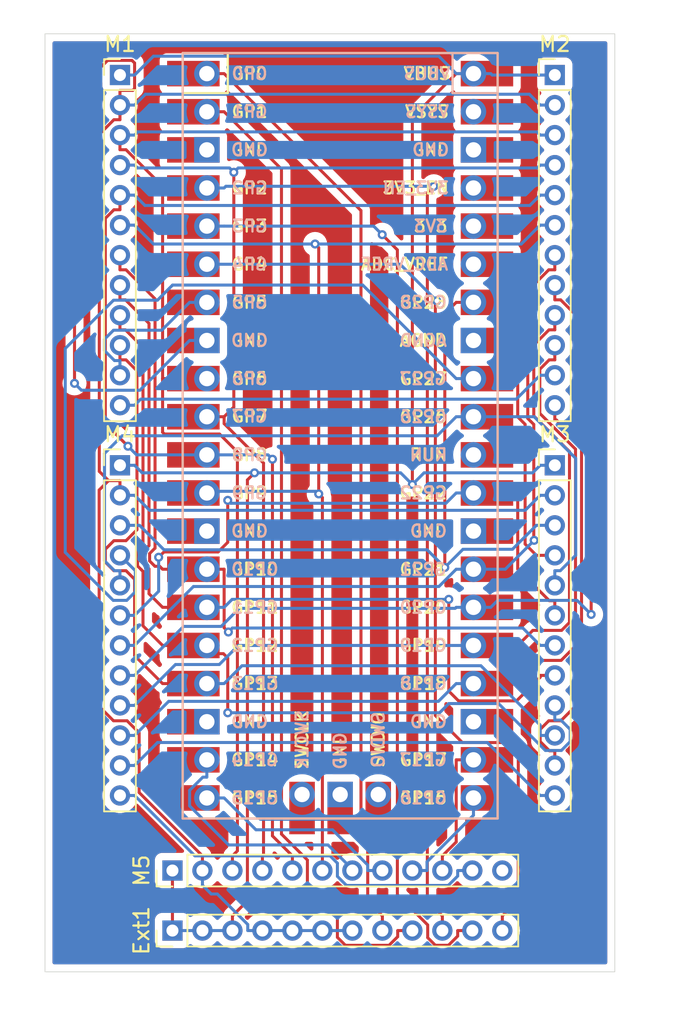
<source format=kicad_pcb>
(kicad_pcb (version 20240108) (generator "pcbnew") (generator_version "8.0")
  (layers (0 "F.Cu" signal) (31 "B.Cu" signal) (34 "B.Paste" user) (35 "F.Paste" user) (36 "B.SilkS" user "B.Silkscreen") (37 "F.SilkS" user "F.Silkscreen") (38 "B.Mask" user) (39 "F.Mask" user) (44 "Edge.Cuts" user))
  (net 0 "")
  (net 1 "V")
  (net 2 "GND")
  (net 3 "Net-(Ext1-Pin_8)")
  (net 4 "Net-(Ext1-Pin_10)")
  (net 5 "Net-(Ext1-Pin_12)")
  (net 6 "Net-(Ext1-Pin_9)")
  (net 7 "Net-(Ext1-Pin_11)")
  (net 8 "GPIO11")
  (net 9 "Net-(M1-Pin_12)")
  (net 10 "GPIO8")
  (net 11 "GPIO6")
  (net 12 "GPIO9")
  (net 13 "GPIO7")
  (net 14 "GPIO10")
  (net 15 "Net-(M1-Pin_11)")
  (net 16 "GPIO12")
  (net 17 "GPIO13")
  (net 18 "GPIO19")
  (net 19 "GPIO20")
  (net 20 "Net-(M2-Pin_12)")
  (net 21 "GPIO18")
  (net 22 "GPIO21")
  (net 23 "GPIO28")
  (net 24 "GPIO26")
  (net 25 "GPIO22")
  (net 26 "GPIO27")
  (net 27 "Net-(M3-Pin_12)")
  (net 28 "Net-(M4-Pin_12)")
  (net 29 "GPIO15")
  (net 31 "GPIO17")
  (net 32 "GPIO14")
  (net 33 "GPIO16")
  (footprint "Connector_PinHeader_2.00mm:PinHeader_1x12_P2.00mm_Vertical" (layer "F.Cu") (at 130 111 90)
    (property "Reference" "M5")
    (property "Value" "Conn_01x12_Pin")
  )
  (footprint "Connector_PinHeader_2.00mm:PinHeader_1x12_P2.00mm_Vertical" (layer "F.Cu") (at 126.5 84)
    (property "Reference" "M4")
    (property "Value" "Conn_01x12_Pin")
  )
  (footprint "ScottoKeebs_MCU:Raspberry_Pi_Pico" (layer "F.Cu") (at 141.185 82.035)
    (property "Reference" "U1" (hide yes))
    (property "Value" "Raspberry_Pi_Pico" (hide yes))
  )
  (footprint "Connector_PinHeader_2.00mm:PinHeader_1x12_P2.00mm_Vertical" (layer "F.Cu") (at 155.5 84)
    (property "Reference" "M3")
    (property "Value" "Conn_01x12_Pin")
  )
  (footprint "Connector_PinHeader_2.00mm:PinHeader_1x12_P2.00mm_Vertical" (layer "F.Cu") (at 130 115 90)
    (property "Reference" "Ext1")
    (property "Value" "Conn_01x12_Pin")
  )
  (footprint "Connector_PinHeader_2.00mm:PinHeader_1x12_P2.00mm_Vertical" (layer "F.Cu") (at 155.5 58)
    (property "Reference" "M2")
    (property "Value" "Conn_01x12_Pin")
  )
  (footprint "Connector_PinHeader_2.00mm:PinHeader_1x12_P2.00mm_Vertical" (layer "F.Cu") (at 126.5 58)
    (property "Reference" "M1")
    (property "Value" "Conn_01x12_Pin")
  )
  (gr_rect (start 121.5 55.25) (end 159.5 117.75) (stroke (width 0.05)) (fill none) (layer "Edge.Cuts"))
  (segment (start 150.075 57.905) (end 148.9233 57.905) (width 0.2) (layer "F.Cu") (net 1))
  (segment (start 135.4725 84.5031) (end 135 84.9756) (width 0.2) (layer "F.Cu") (net 1))
  (segment (start 130 111) (end 130 115) (width 0.2) (layer "F.Cu") (net 1))
  (segment (start 134 115) (end 134 114.0233) (width 0.2) (layer "F.Cu") (net 1))
  (segment (start 135 84.9756) (end 135 113.0233) (width 0.2) (layer "F.Cu") (net 1))
  (segment (start 135 113.0233) (end 134 114.0233) (width 0.2) (layer "F.Cu") (net 1))
  (segment (start 145.9993 60.829) (end 148.9233 57.905) (width 0.2) (layer "F.Cu") (net 1))
  (segment (start 145.9993 85.2827) (end 145.9993 60.829) (width 0.2) (layer "F.Cu") (net 1))
  (via (at 135.4725 84.5031) (size 0.6) (drill 0.3) (layers "F.Cu" "B.Cu") (net 1))
  (via (at 145.9993 85.2827) (size 0.6) (drill 0.3) (layers "F.Cu" "B.Cu") (net 1))
  (segment (start 126.9884 84) (end 127.4767 84) (width 0.2) (layer "B.Cu") (net 1))
  (segment (start 154.0202 84.5031) (end 146.7789 84.5031) (width 0.2) (layer "B.Cu") (net 1))
  (segment (start 154.5233 84) (end 154.0202 84.5031) (width 0.2) (layer "B.Cu") (net 1))
  (segment (start 127.4767 58) (end 128.733 56.7437) (width 0.2) (layer "B.Cu") (net 1))
  (segment (start 155.5 58) (end 151.3217 58) (width 0.2) (layer "B.Cu") (net 1))
  (segment (start 126.5 58) (end 127.4767 58) (width 0.2) (layer "B.Cu") (net 1))
  (segment (start 155.5 84) (end 154.5233 84) (width 0.2) (layer "B.Cu") (net 1))
  (segment (start 150.075 57.905) (end 151.2267 57.905) (width 0.2) (layer "B.Cu") (net 1))
  (segment (start 146.7789 84.5031) (end 145.9993 85.2827) (width 0.2) (layer "B.Cu") (net 1))
  (segment (start 145.2197 84.5031) (end 145.9993 85.2827) (width 0.2) (layer "B.Cu") (net 1))
  (segment (start 150.075 57.905) (end 148.9233 57.905) (width 0.2) (layer "B.Cu") (net 1))
  (segment (start 127.9798 84.5031) (end 127.4767 84) (width 0.2) (layer "B.Cu") (net 1))
  (segment (start 147.762 56.7437) (end 148.9233 57.905) (width 0.2) (layer "B.Cu") (net 1))
  (segment (start 134 115) (end 132 115) (width 0.2) (layer "B.Cu") (net 1))
  (segment (start 135.4725 84.5031) (end 145.2197 84.5031) (width 0.2) (layer "B.Cu") (net 1))
  (segment (start 151.3217 58) (end 151.2267 57.905) (width 0.2) (layer "B.Cu") (net 1))
  (segment (start 126.9884 84) (end 126.5 84) (width 0.2) (layer "B.Cu") (net 1))
  (segment (start 130 115) (end 132 115) (width 0.2) (layer "B.Cu") (net 1))
  (segment (start 135.4725 84.5031) (end 127.9798 84.5031) (width 0.2) (layer "B.Cu") (net 1))
  (segment (start 128.733 56.7437) (end 147.762 56.7437) (width 0.2) (layer "B.Cu") (net 1))
  (segment (start 126.9766 101.0233) (end 126.0683 101.0233) (width 0.2) (layer "F.Cu") (net 2))
  (segment (start 126.0683 101.0233) (end 125.1115 100.0665) (width 0.2) (layer "F.Cu") (net 2))
  (segment (start 127.7786 101.8253) (end 126.9766 101.0233) (width 0.2) (layer "F.Cu") (net 2))
  (segment (start 127.7786 105.8019) (end 127.7786 101.8253) (width 0.2) (layer "F.Cu") (net 2))
  (segment (start 127.3 57.0233) (end 125.6788 57.0233) (width 0.2) (layer "F.Cu") (net 2))
  (segment (start 126.5 86) (end 126.5 85.0233) (width 0.2) (layer "F.Cu") (net 2))
  (segment (start 126.5 59.0233) (end 127.3546 59.0233) (width 0.2) (layer "F.Cu") (net 2))
  (segment (start 132 110.0233) (end 127.7786 105.8019) (width 0.2) (layer "F.Cu") (net 2))
  (segment (start 127.4767 58.9012) (end 127.4767 57.2) (width 0.2) (layer "F.Cu") (net 2))
  (segment (start 125.1115 85.6496) (end 125.7378 85.0233) (width 0.2) (layer "F.Cu") (net 2))
  (segment (start 126.5 60) (end 126.5 60.9767) (width 0.2) (layer "F.Cu") (net 2))
  (segment (start 125.1216 61.9503) (end 125.1216 84.4071) (width 0.2) (layer "F.Cu") (net 2))
  (segment (start 126.0952 60.9767) (end 125.1216 61.9503) (width 0.2) (layer "F.Cu") (net 2))
  (segment (start 125.6788 57.0233) (end 123.47 59.2321) (width 0.2) (layer "F.Cu") (net 2))
  (segment (start 126.5 60.9767) (end 126.0952 60.9767) (width 0.2) (layer "F.Cu") (net 2))
  (segment (start 123.47 59.2321) (end 123.47 78.5394) (width 0.2) (layer "F.Cu") (net 2))
  (segment (start 125.1115 100.0665) (end 125.1115 85.6496) (width 0.2) (layer "F.Cu") (net 2))
  (segment (start 127.4767 57.2) (end 127.3 57.0233) (width 0.2) (layer "F.Cu") (net 2))
  (segment (start 127.3546 59.0233) (end 127.4767 58.9012) (width 0.2) (layer "F.Cu") (net 2))
  (segment (start 126.5 85.0233) (end 125.7378 85.0233) (width 0.2) (layer "F.Cu") (net 2))
  (segment (start 132 111) (end 132 110.0233) (width 0.2) (layer "F.Cu") (net 2))
  (segment (start 126.5 60) (end 126.5 59.0233) (width 0.2) (layer "F.Cu") (net 2))
  (segment (start 125.1216 84.4071) (end 125.7378 85.0233) (width 0.2) (layer "F.Cu") (net 2))
  (via (at 123.47 78.5394) (size 0.6) (drill 0.3) (layers "F.Cu" "B.Cu") (net 2))
  (segment (start 142 115) (end 140 115) (width 0.2) (layer "B.Cu") (net 2))
  (segment (start 128.4767 87) (end 153.5233 87) (width 0.2) (layer "B.Cu") (net 2))
  (segment (start 132.5859 112.5626) (end 132.9907 112.5626) (width 0.2) (layer "B.Cu") (net 2))
  (segment (start 132.295 75.685) (end 131.1433 75.685) (width 0.2) (layer "B.Cu") (net 2))
  (segment (start 153.8015 59.2782) (end 128.1985 59.2782) (width 0.2) (layer "B.Cu") (net 2))
  (segment (start 136 115) (end 138 115) (width 0.2) (layer "B.Cu") (net 2))
  (segment (start 123.47 78.5394) (end 123.9306 79) (width 0.2) (layer "B.Cu") (net 2))
  (segment (start 138 115) (end 140 115) (width 0.2) (layer "B.Cu") (net 2))
  (segment (start 128.1985 59.2782) (end 127.4767 60) (width 0.2) (layer "B.Cu") (net 2))
  (segment (start 155.5 60) (end 154.5233 60) (width 0.2) (layer "B.Cu") (net 2))
  (segment (start 136 115) (end 135.0233 115) (width 0.2) (layer "B.Cu") (net 2))
  (segment (start 155.5 86) (end 154.5233 86) (width 0.2) (layer "B.Cu") (net 2))
  (segment (start 127.4767 86) (end 128.4767 87) (width 0.2) (layer "B.Cu") (net 2))
  (segment (start 154.5233 60) (end 153.8015 59.2782) (width 0.2) (layer "B.Cu") (net 2))
  (segment (start 153.5233 87) (end 154.5233 86) (width 0.2) (layer "B.Cu") (net 2))
  (segment (start 126.5 86) (end 127.4767 86) (width 0.2) (layer "B.Cu") (net 2))
  (segment (start 126.5 60) (end 127.4767 60) (width 0.2) (layer "B.Cu") (net 2))
  (segment (start 132 111) (end 132 111.9767) (width 0.2) (layer "B.Cu") (net 2))
  (segment (start 132.9907 112.5626) (end 135.0233 114.5952) (width 0.2) (layer "B.Cu") (net 2))
  (segment (start 135.0233 114.5952) (end 135.0233 115) (width 0.2) (layer "B.Cu") (net 2))
  (segment (start 123.9306 79) (end 127.8283 79) (width 0.2) (layer "B.Cu") (net 2))
  (segment (start 132 111.9767) (end 132.5859 112.5626) (width 0.2) (layer "B.Cu") (net 2))
  (segment (start 127.8283 79) (end 131.1433 75.685) (width 0.2) (layer "B.Cu") (net 2))
  (segment (start 144 115) (end 144 114.0233) (width 0.2) (layer "F.Cu") (net 3))
  (segment (start 142.5733 67.0316) (end 133.4467 57.905) (width 0.2) (layer "F.Cu") (net 3))
  (segment (start 143.0233 109.16) (end 142.5733 108.71) (width 0.2) (layer "F.Cu") (net 3))
  (segment (start 132.295 57.905) (end 133.4467 57.905) (width 0.2) (layer "F.Cu") (net 3))
  (segment (start 143.0233 113.0466) (end 143.0233 109.16) (width 0.2) (layer "F.Cu") (net 3))
  (segment (start 142.5733 108.71) (end 142.5733 67.0316) (width 0.2) (layer "F.Cu") (net 3))
  (segment (start 144 114.0233) (end 143.0233 113.0466) (width 0.2) (layer "F.Cu") (net 3))
  (segment (start 146.9986 65.844) (end 147.4316 65.411) (width 0.2) (layer "F.Cu") (net 4))
  (segment (start 146.9986 113.0219) (end 146.9986 65.844) (width 0.2) (layer "F.Cu") (net 4))
  (segment (start 148 115) (end 148 114.0233) (width 0.2) (layer "F.Cu") (net 4))
  (segment (start 148 114.0233) (end 146.9986 113.0219) (width 0.2) (layer "F.Cu") (net 4))
  (via (at 147.4316 65.411) (size 0.6) (drill 0.3) (layers "F.Cu" "B.Cu") (net 4))
  (segment (start 132.295 65.525) (end 133.4467 65.525) (width 0.2) (layer "B.Cu") (net 4))
  (segment (start 133.5607 65.411) (end 133.4467 65.525) (width 0.2) (layer "B.Cu") (net 4))
  (segment (start 147.4316 65.411) (end 133.5607 65.411) (width 0.2) (layer "B.Cu") (net 4))
  (segment (start 147.5326 73.1312) (end 147.6222 73.0416) (width 0.2) (layer "F.Cu") (net 5))
  (segment (start 153.0633 112.96) (end 153.0633 102.6159) (width 0.2) (layer "F.Cu") (net 5))
  (segment (start 152.9207 102.4733) (end 149.3349 102.4733) (width 0.2) (layer "F.Cu") (net 5))
  (segment (start 152 114.0233) (end 153.0633 112.96) (width 0.2) (layer "F.Cu") (net 5))
  (segment (start 147.5326 100.671) (end 147.5326 73.1312) (width 0.2) (layer "F.Cu") (net 5))
  (segment (start 153.0633 102.6159) (end 152.9207 102.4733) (width 0.2) (layer "F.Cu") (net 5))
  (segment (start 152 115) (end 152 114.0233) (width 0.2) (layer "F.Cu") (net 5))
  (segment (start 149.3349 102.4733) (end 147.5326 100.671) (width 0.2) (layer "F.Cu") (net 5))
  (via (at 147.6222 73.0416) (size 0.6) (drill 0.3) (layers "F.Cu" "B.Cu") (net 5))
  (segment (start 147.6222 73.0416) (end 145.1856 70.605) (width 0.2) (layer "B.Cu") (net 5))
  (segment (start 145.1856 70.605) (end 132.295 70.605) (width 0.2) (layer "B.Cu") (net 5))
  (segment (start 137.271 108.571) (end 137.271 64.2693) (width 0.2) (layer "F.Cu") (net 6))
  (segment (start 144.4464 115.9817) (end 141.5316 115.9817) (width 0.2) (layer "F.Cu") (net 6))
  (segment (start 132.295 60.445) (end 133.4467 60.445) (width 0.2) (layer "F.Cu") (net 6))
  (segment (start 141 115.4501) (end 141 113.9751) (width 0.2) (layer "F.Cu") (net 6))
  (segment (start 141 113.9751) (end 139 111.9751) (width 0.2) (layer "F.Cu") (net 6))
  (segment (start 145.0233 115) (end 145.0233 115.4048) (width 0.2) (layer "F.Cu") (net 6))
  (segment (start 139 111.9751) (end 139 110.3) (width 0.2) (layer "F.Cu") (net 6))
  (segment (start 145.0233 115.4048) (end 144.4464 115.9817) (width 0.2) (layer "F.Cu") (net 6))
  (segment (start 137.271 64.2693) (end 133.4467 60.445) (width 0.2) (layer "F.Cu") (net 6))
  (segment (start 139 110.3) (end 137.271 108.571) (width 0.2) (layer "F.Cu") (net 6))
  (segment (start 146 115) (end 145.0233 115) (width 0.2) (layer "F.Cu") (net 6))
  (segment (start 141.5316 115.9817) (end 141 115.4501) (width 0.2) (layer "F.Cu") (net 6))
  (segment (start 147.5302 115.9804) (end 147.0233 115.4735) (width 0.2) (layer "F.Cu") (net 7))
  (segment (start 145 69.6481) (end 143.9881 68.6362) (width 0.2) (layer "F.Cu") (net 7))
  (segment (start 149.0233 115) (end 149.0233 115.3663) (width 0.2) (layer "F.Cu") (net 7))
  (segment (start 147.0233 114.6273) (end 145 112.604) (width 0.2) (layer "F.Cu") (net 7))
  (segment (start 147.0233 115.4735) (end 147.0233 114.6273) (width 0.2) (layer "F.Cu") (net 7))
  (segment (start 149.0233 115.3663) (end 148.4092 115.9804) (width 0.2) (layer "F.Cu") (net 7))
  (segment (start 145 112.604) (end 145 69.6481) (width 0.2) (layer "F.Cu") (net 7))
  (segment (start 150 115) (end 149.0233 115) (width 0.2) (layer "F.Cu") (net 7))
  (segment (start 148.4092 115.9804) (end 147.5302 115.9804) (width 0.2) (layer "F.Cu") (net 7))
  (via (at 143.9881 68.6362) (size 0.6) (drill 0.3) (layers "F.Cu" "B.Cu") (net 7))
  (segment (start 143.9881 68.6362) (end 143.4169 68.065) (width 0.2) (layer "B.Cu") (net 7))
  (segment (start 132.295 68.065) (end 133.4467 68.065) (width 0.2) (layer "B.Cu") (net 7))
  (segment (start 143.4169 68.065) (end 133.4467 68.065) (width 0.2) (layer "B.Cu") (net 7))
  (segment (start 128.4375 89.3517) (end 128.0773 89.7119) (width 0.2) (layer "F.Cu") (net 8))
  (segment (start 132.295 93.465) (end 129.3433 93.465) (width 0.2) (layer "F.Cu") (net 8))
  (segment (start 155.5 98) (end 154.5233 98) (width 0.2) (layer "F.Cu") (net 8))
  (segment (start 152.9487 99.6967) (end 149.0785 99.6967) (width 0.2) (layer "F.Cu") (net 8))
  (segment (start 128.0773 89.7119) (end 128.0773 90.5427) (width 0.2) (layer "F.Cu") (net 8))
  (segment (start 126.8663 72.9767) (end 128.4375 74.5479) (width 0.2) (layer "F.Cu") (net 8))
  (segment (start 128.0773 90.5427) (end 128.3127 90.7781) (width 0.2) (layer "F.Cu") (net 8))
  (segment (start 128.3127 90.7781) (end 128.4375 90.9029) (width 0.2) (layer "F.Cu") (net 8))
  (segment (start 128.4375 92.5592) (end 129.3433 93.465) (width 0.2) (layer "F.Cu") (net 8))
  (segment (start 126.5 72.9767) (end 126.8663 72.9767) (width 0.2) (layer "F.Cu") (net 8))
  (segment (start 128.4375 90.9029) (end 128.4375 92.5592) (width 0.2) (layer "F.Cu") (net 8))
  (segment (start 154.5233 98) (end 154.5233 98.1221) (width 0.2) (layer "F.Cu") (net 8))
  (segment (start 149.0785 99.6967) (end 148.4288 99.047) (width 0.2) (layer "F.Cu") (net 8))
  (segment (start 126.5 72) (end 126.5 72.9767) (width 0.2) (layer "F.Cu") (net 8))
  (segment (start 148.4288 99.047) (end 148.4288 92.93) (width 0.2) (layer "F.Cu") (net 8))
  (segment (start 128.4375 74.5479) (end 128.4375 89.3517) (width 0.2) (layer "F.Cu") (net 8))
  (segment (start 154.5233 98.1221) (end 152.9487 99.6967) (width 0.2) (layer "F.Cu") (net 8))
  (via (at 148.4288 92.93) (size 0.6) (drill 0.3) (layers "F.Cu" "B.Cu") (net 8))
  (segment (start 132.295 93.465) (end 133.4467 93.465) (width 0.2) (layer "B.Cu") (net 8))
  (segment (start 133.9817 92.93) (end 133.4467 93.465) (width 0.2) (layer "B.Cu") (net 8))
  (segment (start 148.4288 92.93) (end 133.9817 92.93) (width 0.2) (layer "B.Cu") (net 8))
  (segment (start 154.5233 78) (end 152.928 79.5953) (width 0.2) (layer "B.Cu") (net 9))
  (segment (start 127.8814 79.5953) (end 127.4767 80) (width 0.2) (layer "B.Cu") (net 9))
  (segment (start 152.928 79.5953) (end 127.8814 79.5953) (width 0.2) (layer "B.Cu") (net 9))
  (segment (start 155.5 78) (end 154.5233 78) (width 0.2) (layer "B.Cu") (net 9))
  (segment (start 126.5 80) (end 127.4767 80) (width 0.2) (layer "B.Cu") (net 9))
  (segment (start 126.5 66) (end 126.5 66.9767) (width 0.2) (layer "F.Cu") (net 10))
  (segment (start 125.5233 81.2209) (end 125.5233 67.5486) (width 0.2) (layer "F.Cu") (net 10))
  (segment (start 126.0952 66.9767) (end 126.5 66.9767) (width 0.2) (layer "F.Cu") (net 10))
  (segment (start 125.5233 67.5486) (end 126.0952 66.9767) (width 0.2) (layer "F.Cu") (net 10))
  (segment (start 136.6693 108.6926) (end 138 110.0233) (width 0.2) (layer "F.Cu") (net 10))
  (segment (start 127.0324 82.73) (end 125.5233 81.2209) (width 0.2) (layer "F.Cu") (net 10))
  (segment (start 138 111) (end 138 110.0233) (width 0.2) (layer "F.Cu") (net 10))
  (segment (start 136.6693 83.5957) (end 136.6693 108.6926) (width 0.2) (layer "F.Cu") (net 10))
  (via (at 127.0324 82.73) (size 0.6) (drill 0.3) (layers "F.Cu" "B.Cu") (net 10))
  (via (at 136.6693 83.5957) (size 0.6) (drill 0.3) (layers "F.Cu" "B.Cu") (net 10))
  (segment (start 126.5 66) (end 127.4767 66) (width 0.2) (layer "B.Cu") (net 10))
  (segment (start 154.5233 66) (end 153.8326 66.6907) (width 0.2) (layer "B.Cu") (net 10))
  (segment (start 153.8326 66.6907) (end 128.1674 66.6907) (width 0.2) (layer "B.Cu") (net 10))
  (segment (start 155.5 66) (end 154.5233 66) (width 0.2) (layer "B.Cu") (net 10))
  (segment (start 136.3786 83.305) (end 132.295 83.305) (width 0.2) (layer "B.Cu") (net 10))
  (segment (start 128.1674 66.6907) (end 127.4767 66) (width 0.2) (layer "B.Cu") (net 10))
  (segment (start 132.295 83.305) (end 127.6074 83.305) (width 0.2) (layer "B.Cu") (net 10))
  (segment (start 136.6693 83.5957) (end 136.3786 83.305) (width 0.2) (layer "B.Cu") (net 10))
  (segment (start 127.6074 83.305) (end 127.0324 82.73) (width 0.2) (layer "B.Cu") (net 10))
  (segment (start 134.3317 83.11) (end 133.1384 81.9167) (width 0.2) (layer "F.Cu") (net 11))
  (segment (start 134 111) (end 134 110.0233) (width 0.2) (layer "F.Cu") (net 11))
  (segment (start 129.3433 81.7999) (end 129.3433 78.225) (width 0.2) (layer "F.Cu") (net 11))
  (segment (start 129.3433 65.4152) (end 129.3433 78.225) (width 0.2) (layer "F.Cu") (net 11))
  (segment (start 126.5 62.9767) (end 126.9048 62.9767) (width 0.2) (layer "F.Cu") (net 11))
  (segment (start 134.3317 109.6916) (end 134.3317 83.11) (width 0.2) (layer "F.Cu") (net 11))
  (segment (start 132.295 78.225) (end 129.345 78.225) (width 0.2) (layer "F.Cu") (net 11))
  (segment (start 134 110.0233) (end 134.3317 109.6916) (width 0.2) (layer "F.Cu") (net 11))
  (segment (start 133.1384 81.9167) (end 129.4601 81.9167) (width 0.2) (layer "F.Cu") (net 11))
  (segment (start 129.3448 78.225) (end 129.3433 78.225) (width 0.2) (layer "F.Cu") (net 11))
  (segment (start 129.4601 81.9167) (end 129.3433 81.7999) (width 0.2) (layer "F.Cu") (net 11))
  (segment (start 126.5 62) (end 126.5 62.9767) (width 0.2) (layer "F.Cu") (net 11))
  (segment (start 129.345 78.225) (end 129.3448 78.225) (width 0.2) (layer "F.Cu") (net 11))
  (segment (start 126.9048 62.9767) (end 129.3433 65.4152) (width 0.2) (layer "F.Cu") (net 11))
  (segment (start 127.6905 61.7862) (end 127.4767 62) (width 0.2) (layer "B.Cu") (net 11))
  (segment (start 126.5 62) (end 127.4767 62) (width 0.2) (layer "B.Cu") (net 11))
  (segment (start 155.5 62) (end 154.5233 62) (width 0.2) (layer "B.Cu") (net 11))
  (segment (start 154.5233 62) (end 154.3095 61.7862) (width 0.2) (layer "B.Cu") (net 11))
  (segment (start 154.3095 61.7862) (end 127.6905 61.7862) (width 0.2) (layer "B.Cu") (net 11))
  (segment (start 139.5117 69.2574) (end 139.7559 69.5016) (width 0.2) (layer "F.Cu") (net 12))
  (segment (start 139.7559 85.9082) (end 140 86.1523) (width 0.2) (layer "F.Cu") (net 12))
  (segment (start 140 86.1523) (end 140 111) (width 0.2) (layer "F.Cu") (net 12))
  (segment (start 139.7559 69.5016) (end 139.7559 85.9082) (width 0.2) (layer "F.Cu") (net 12))
  (via (at 139.7559 85.9082) (size 0.6) (drill 0.3) (layers "F.Cu" "B.Cu") (net 12))
  (via (at 139.5117 69.2574) (size 0.6) (drill 0.3) (layers "F.Cu" "B.Cu") (net 12))
  (segment (start 155.5 68) (end 154.5233 68) (width 0.2) (layer "B.Cu") (net 12))
  (segment (start 132.4066 85.7334) (end 132.295 85.845) (width 0.2) (layer "B.Cu") (net 12))
  (segment (start 126.5 68) (end 127.4767 68) (width 0.2) (layer "B.Cu") (net 12))
  (segment (start 139.5811 85.7334) (end 132.4066 85.7334) (width 0.2) (layer "B.Cu") (net 12))
  (segment (start 154.5233 68) (end 153.2659 69.2574) (width 0.2) (layer "B.Cu") (net 12))
  (segment (start 153.2659 69.2574) (end 139.5117 69.2574) (width 0.2) (layer "B.Cu") (net 12))
  (segment (start 139.7559 85.9082) (end 139.5811 85.7334) (width 0.2) (layer "B.Cu") (net 12))
  (segment (start 139.5117 69.2574) (end 128.7341 69.2574) (width 0.2) (layer "B.Cu") (net 12))
  (segment (start 128.7341 69.2574) (end 127.4767 68) (width 0.2) (layer "B.Cu") (net 12))
  (segment (start 136 111) (end 136 110.0233) (width 0.2) (layer "F.Cu") (net 13))
  (segment (start 136.0742 83.8514) (end 136.0742 109.9491) (width 0.2) (layer "F.Cu") (net 13))
  (segment (start 133.4467 81.2239) (end 136.0742 83.8514) (width 0.2) (layer "F.Cu") (net 13))
  (segment (start 134.0934 64.4785) (end 134.0934 80.1183) (width 0.2) (layer "F.Cu") (net 13))
  (segment (start 132.295 80.765) (end 133.4467 80.765) (width 0.2) (layer "F.Cu") (net 13))
  (segment (start 136.0742 109.9491) (end 136 110.0233) (width 0.2) (layer "F.Cu") (net 13))
  (segment (start 134.0934 80.1183) (end 133.4467 80.765) (width 0.2) (layer "F.Cu") (net 13))
  (segment (start 133.4467 80.765) (end 133.4467 81.2239) (width 0.2) (layer "F.Cu") (net 13))
  (via (at 134.0934 64.4785) (size 0.6) (drill 0.3) (layers "F.Cu" "B.Cu") (net 13))
  (segment (start 127.6679 64.1912) (end 133.8061 64.1912) (width 0.2) (layer "B.Cu") (net 13))
  (segment (start 133.8061 64.1912) (end 134.0934 64.4785) (width 0.2) (layer "B.Cu") (net 13))
  (segment (start 155.5 64) (end 154.5233 64) (width 0.2) (layer "B.Cu") (net 13))
  (segment (start 126.5 64) (end 127.4767 64) (width 0.2) (layer "B.Cu") (net 13))
  (segment (start 127.4767 64) (end 127.6679 64.1912) (width 0.2) (layer "B.Cu") (net 13))
  (segment (start 154.3321 64.1912) (end 134.3807 64.1912) (width 0.2) (layer "B.Cu") (net 13))
  (segment (start 134.3807 64.1912) (end 134.0934 64.4785) (width 0.2) (layer "B.Cu") (net 13))
  (segment (start 154.5233 64) (end 154.3321 64.1912) (width 0.2) (layer "B.Cu") (net 13))
  (segment (start 128.8316 89.5256) (end 128.479 89.8782) (width 0.2) (layer "F.Cu") (net 14))
  (segment (start 133.4452 90.9266) (end 133.4452 91.4592) (width 0.2) (layer "F.Cu") (net 14))
  (segment (start 128.8392 72.9111) (end 128.8392 89.5181) (width 0.2) (layer "F.Cu") (net 14))
  (segment (start 133.4452 91.4592) (end 133.4467 91.4607) (width 0.2) (layer "F.Cu") (net 14))
  (segment (start 126.5 70.9767) (end 126.9048 70.9767) (width 0.2) (layer "F.Cu") (net 14))
  (segment (start 128.8392 89.5181) (end 128.8317 89.5256) (width 0.2) (layer "F.Cu") (net 14))
  (segment (start 128.479 89.8782) (end 128.479 90.3764) (width 0.2) (layer "F.Cu") (net 14))
  (segment (start 128.8317 89.5256) (end 128.8316 89.5256) (width 0.2) (layer "F.Cu") (net 14))
  (segment (start 128.8316 90.729) (end 129.1473 90.729) (width 0.2) (layer "F.Cu") (net 14))
  (segment (start 126.5 70) (end 126.5 70.9767) (width 0.2) (layer "F.Cu") (net 14))
  (segment (start 133.4467 90.9251) (end 133.4452 90.9266) (width 0.2) (layer "F.Cu") (net 14))
  (segment (start 129.1473 90.729) (end 129.3433 90.925) (width 0.2) (layer "F.Cu") (net 14))
  (segment (start 132.295 90.925) (end 133.4467 90.925) (width 0.2) (layer "F.Cu") (net 14))
  (segment (start 128.479 90.3764) (end 128.8316 90.729) (width 0.2) (layer "F.Cu") (net 14))
  (segment (start 133.4467 91.4607) (end 133.4467 94.8241) (width 0.2) (layer "F.Cu") (net 14))
  (segment (start 126.9048 70.9767) (end 128.8392 72.9111) (width 0.2) (layer "F.Cu") (net 14))
  (segment (start 133.4467 90.925) (end 133.4467 90.9251) (width 0.2) (layer "F.Cu") (net 14))
  (segment (start 132.295 90.925) (end 129.3433 90.925) (width 0.2) (layer "F.Cu") (net 14))
  (segment (start 133.4467 94.8241) (end 133.73 95.1074) (width 0.2) (layer "F.Cu") (net 14))
  (via (at 133.73 95.1074) (size 0.6) (drill 0.3) (layers "F.Cu" "B.Cu") (net 14))
  (segment (start 153.3664 94.8431) (end 133.9943 94.8431) (width 0.2) (layer "B.Cu") (net 14))
  (segment (start 155.5 96) (end 154.5233 96) (width 0.2) (layer "B.Cu") (net 14))
  (segment (start 133.9943 94.8431) (end 133.73 95.1074) (width 0.2) (layer "B.Cu") (net 14))
  (segment (start 154.5233 96) (end 153.3664 94.8431) (width 0.2) (layer "B.Cu") (net 14))
  (segment (start 126.0706 75) (end 129.2883 75) (width 0.2) (layer "B.Cu") (net 15))
  (segment (start 125.4688 75.6018) (end 126.0706 75) (width 0.2) (layer "B.Cu") (net 15))
  (segment (start 129.2883 75) (end 131.1433 73.145) (width 0.2) (layer "B.Cu") (net 15))
  (segment (start 132.295 73.145) (end 131.1433 73.145) (width 0.2) (layer "B.Cu") (net 15))
  (segment (start 126.5 78) (end 126.5 77.0233) (width 0.2) (layer "B.Cu") (net 15))
  (segment (start 126.5 77.0233) (end 126.1337 77.0233) (width 0.2) (layer "B.Cu") (net 15))
  (segment (start 126.1337 77.0233) (end 125.4688 76.3584) (width 0.2) (layer "B.Cu") (net 15))
  (segment (start 125.4688 76.3584) (end 125.4688 75.6018) (width 0.2) (layer "B.Cu") (net 15))
  (segment (start 128.0358 94.6975) (end 129.3433 96.005) (width 0.2) (layer "F.Cu") (net 16))
  (segment (start 132.295 96.005) (end 130.8192 96.005) (width 0.2) (layer "F.Cu") (net 16))
  (segment (start 127.911 90.9444) (end 128.0358 91.0692) (width 0.2) (layer "F.Cu") (net 16))
  (segment (start 130.8192 96.005) (end 131.3654 96.5512) (width 0.2) (layer "F.Cu") (net 16))
  (segment (start 126.5 74.9767) (end 126.8663 74.9767) (width 0.2) (layer "F.Cu") (net 16))
  (segment (start 128.0358 76.1462) (end 128.0358 89.1854) (width 0.2) (layer "F.Cu") (net 16))
  (segment (start 127.911 90.9444) (end 128.0358 91.0692) (width 0.2) (layer "F.Cu") (net 16))
  (segment (start 128.0358 91.0692) (end 128.0358 94.6975) (width 0.2) (layer "F.Cu") (net 16))
  (segment (start 133.6884 96.8399) (end 133.6884 100.4892) (width 0.2) (layer "F.Cu") (net 16))
  (segment (start 131.3654 96.5512) (end 133.3997 96.5512) (width 0.2) (layer "F.Cu") (net 16))
  (segment (start 133.3997 96.5512) (end 133.6884 96.8399) (width 0.2) (layer "F.Cu") (net 16))
  (segment (start 127.6756 90.709) (end 127.911 90.9444) (width 0.2) (layer "F.Cu") (net 16))
  (segment (start 128.0358 89.1854) (end 127.6756 89.5456) (width 0.2) (layer "F.Cu") (net 16))
  (segment (start 126.8663 74.9767) (end 128.0358 76.1462) (width 0.2) (layer "F.Cu") (net 16))
  (segment (start 126.5 74) (end 126.5 74.9767) (width 0.2) (layer "F.Cu") (net 16))
  (segment (start 127.6756 89.5456) (end 127.6756 90.709) (width 0.2) (layer "F.Cu") (net 16))
  (segment (start 130.8192 96.005) (end 129.3433 96.005) (width 0.2) (layer "F.Cu") (net 16))
  (via (at 133.6884 100.4892) (size 0.6) (drill 0.3) (layers "F.Cu" "B.Cu") (net 16))
  (segment (start 151.7445 99.8749) (end 154.8696 103) (width 0.2) (layer "B.Cu") (net 16))
  (segment (start 133.6884 100.4892) (end 147.8161 100.4892) (width 0.2) (layer "B.Cu") (net 16))
  (segment (start 155.9048 100.9767) (end 155.5 100.9767) (width 0.2) (layer "B.Cu") (net 16))
  (segment (start 155.9387 103) (end 156.5248 102.4139) (width 0.2) (layer "B.Cu") (net 16))
  (segment (start 155.5 100) (end 155.5 100.9767) (width 0.2) (layer "B.Cu") (net 16))
  (segment (start 154.8696 103) (end 155.9387 103) (width 0.2) (layer "B.Cu") (net 16))
  (segment (start 156.5248 102.4139) (end 156.5248 101.5967) (width 0.2) (layer "B.Cu") (net 16))
  (segment (start 147.8161 100.4892) (end 148.4304 99.8749) (width 0.2) (layer "B.Cu") (net 16))
  (segment (start 156.5248 101.5967) (end 155.9048 100.9767) (width 0.2) (layer "B.Cu") (net 16))
  (segment (start 148.4304 99.8749) (end 151.7445 99.8749) (width 0.2) (layer "B.Cu") (net 16))
  (segment (start 129.3433 98.545) (end 127.4767 96.6784) (width 0.2) (layer "F.Cu") (net 17))
  (segment (start 126.0954 89.0233) (end 126.9048 89.0233) (width 0.2) (layer "F.Cu") (net 17))
  (segment (start 126.5 76) (end 126.5 76.9767) (width 0.2) (layer "F.Cu") (net 17))
  (segment (start 126.9048 76.9767) (end 126.5 76.9767) (width 0.2) (layer "F.Cu") (net 17))
  (segment (start 125.5233 89.5954) (end 126.0954 89.0233) (width 0.2) (layer "F.Cu") (net 17))
  (segment (start 126.9046 91.0233) (end 126.0951 91.0233) (width 0.2) (layer "F.Cu") (net 17))
  (segment (start 127.4767 96.6784) (end 127.4767 91.5954) (width 0.2) (layer "F.Cu") (net 17))
  (segment (start 132.295 98.545) (end 129.3433 98.545) (width 0.2) (layer "F.Cu") (net 17))
  (segment (start 127.4767 91.5954) (end 126.9046 91.0233) (width 0.2) (layer "F.Cu") (net 17))
  (segment (start 125.5233 90.4515) (end 125.5233 89.5954) (width 0.2) (layer "F.Cu") (net 17))
  (segment (start 127.6341 77.706) (end 126.9048 76.9767) (width 0.2) (layer "F.Cu") (net 17))
  (segment (start 126.9048 89.0233) (end 127.6341 88.294) (width 0.2) (layer "F.Cu") (net 17))
  (segment (start 126.0951 91.0233) (end 125.5233 90.4515) (width 0.2) (layer "F.Cu") (net 17))
  (segment (start 127.6341 88.294) (end 127.6341 77.706) (width 0.2) (layer "F.Cu") (net 17))
  (segment (start 150.5684 97.3544) (end 154.5233 101.3093) (width 0.2) (layer "B.Cu") (net 17))
  (segment (start 134.6373 97.3544) (end 150.5684 97.3544) (width 0.2) (layer "B.Cu") (net 17))
  (segment (start 133.4467 98.545) (end 134.6373 97.3544) (width 0.2) (layer "B.Cu") (net 17))
  (segment (start 154.5233 101.3093) (end 154.5233 102) (width 0.2) (layer "B.Cu") (net 17))
  (segment (start 132.295 98.545) (end 133.4467 98.545) (width 0.2) (layer "B.Cu") (net 17))
  (segment (start 155.5 102) (end 154.5233 102) (width 0.2) (layer "B.Cu") (net 17))
  (segment (start 156.478 94.4741) (end 155.9521 95) (width 0.2) (layer "F.Cu") (net 18))
  (segment (start 154.0317 95) (end 153.0267 96.005) (width 0.2) (layer "F.Cu") (net 18))
  (segment (start 155.5 74) (end 155.5 74.9767) (width 0.2) (layer "F.Cu") (net 18))
  (segment (start 154.5001 81.1128) (end 154.4986 81.1113) (width 0.2) (layer "F.Cu") (net 18))
  (segment (start 154.3323 80.945) (end 154.4986 81.1113) (width 0.2) (layer "F.Cu") (net 18))
  (segment (start 154.5001 81.1129) (end 154.5001 81.1128) (width 0.2) (layer "F.Cu") (net 18))
  (segment (start 156.3132 82.9259) (end 156.3131 82.9259) (width 0.2) (layer "F.Cu") (net 18))
  (segment (start 154.0984 75.9885) (end 155.1102 74.9767) (width 0.2) (layer "F.Cu") (net 18))
  (segment (start 150.075 96.005) (end 153.0267 96.005) (width 0.2) (layer "F.Cu") (net 18))
  (segment (start 155.1102 74.9767) (end 155.5 74.9767) (width 0.2) (layer "F.Cu") (net 18))
  (segment (start 154.0984 80.7111) (end 154.0984 75.9885) (width 0.2) (layer "F.Cu") (net 18))
  (segment (start 156.3132 82.9259) (end 156.478 83.0907) (width 0.2) (layer "F.Cu") (net 18))
  (segment (start 156.3132 82.9259) (end 156.478 83.0907) (width 0.2) (layer "F.Cu") (net 18))
  (segment (start 156.478 83.0907) (end 156.478 94.4741) (width 0.2) (layer "F.Cu") (net 18))
  (segment (start 154.3323 80.945) (end 154.0984 80.7111) (width 0.2) (layer "F.Cu") (net 18))
  (segment (start 154.3323 80.945) (end 154.4986 81.1113) (width 0.2) (layer "F.Cu") (net 18))
  (segment (start 155.9521 95) (end 154.0317 95) (width 0.2) (layer "F.Cu") (net 18))
  (segment (start 156.3131 82.9259) (end 154.5001 81.1129) (width 0.2) (layer "F.Cu") (net 18))
  (segment (start 134.3944 96.005) (end 150.075 96.005) (width 0.2) (layer "B.Cu") (net 18))
  (segment (start 126.5 100) (end 127.4767 100) (width 0.2) (layer "B.Cu") (net 18))
  (segment (start 127.4767 100) (end 130.2017 97.275) (width 0.2) (layer "B.Cu") (net 18))
  (segment (start 130.2017 97.275) (end 133.1244 97.275) (width 0.2) (layer "B.Cu") (net 18))
  (segment (start 133.1244 97.275) (end 134.3944 96.005) (width 0.2) (layer "B.Cu") (net 18))
  (segment (start 155.5 72) (end 155.5 72.9767) (width 0.2) (layer "F.Cu") (net 19))
  (segment (start 157.9236 75.012) (end 157.9236 93.9374) (width 0.2) (layer "F.Cu") (net 19))
  (segment (start 155.5 72.9767) (end 155.8883 72.9767) (width 0.2) (layer "F.Cu") (net 19))
  (segment (start 155.8883 72.9767) (end 157.9236 75.012) (width 0.2) (layer "F.Cu") (net 19))
  (via (at 157.9236 93.9374) (size 0.6) (drill 0.3) (layers "F.Cu" "B.Cu") (net 19))
  (segment (start 126.5 98) (end 127.4767 98) (width 0.2) (layer "B.Cu") (net 19))
  (segment (start 127.4767 98) (end 130.7417 94.735) (width 0.2) (layer "B.Cu") (net 19))
  (segment (start 150.075 93.465) (end 148.9233 93.465) (width 0.2) (layer "B.Cu") (net 19))
  (segment (start 156.9862 93) (end 151.6917 93) (width 0.2) (layer "B.Cu") (net 19))
  (segment (start 134.4549 93.5317) (end 148.8566 93.5317) (width 0.2) (layer "B.Cu") (net 19))
  (segment (start 130.7417 94.735) (end 133.2516 94.735) (width 0.2) (layer "B.Cu") (net 19))
  (segment (start 157.9236 93.9374) (end 156.9862 93) (width 0.2) (layer "B.Cu") (net 19))
  (segment (start 151.6917 93) (end 151.2267 93.465) (width 0.2) (layer "B.Cu") (net 19))
  (segment (start 150.075 93.465) (end 151.2267 93.465) (width 0.2) (layer "B.Cu") (net 19))
  (segment (start 148.8566 93.5317) (end 148.9233 93.465) (width 0.2) (layer "B.Cu") (net 19))
  (segment (start 133.2516 94.735) (end 134.4549 93.5317) (width 0.2) (layer "B.Cu") (net 19))
  (segment (start 155.0954 101.0233) (end 155.9031 101.0233) (width 0.2) (layer "F.Cu") (net 20))
  (segment (start 154.5233 102.4046) (end 154.5233 101.5954) (width 0.2) (layer "F.Cu") (net 20))
  (segment (start 155.5 103.0233) (end 155.142 103.0233) (width 0.2) (layer "F.Cu") (net 20))
  (segment (start 157.2814 99.645) (end 157.2814 82.6573) (width 0.2) (layer "F.Cu") (net 20))
  (segment (start 154.5233 101.5954) (end 155.0954 101.0233) (width 0.2) (layer "F.Cu") (net 20))
  (segment (start 155.142 103.0233) (end 154.5233 102.4046) (width 0.2) (layer "F.Cu") (net 20))
  (segment (start 155.5 104) (end 155.5 103.0233) (width 0.2) (layer "F.Cu") (net 20))
  (segment (start 157.2814 82.6573) (end 155.6008 80.9767) (width 0.2) (layer "F.Cu") (net 20))
  (segment (start 155.9031 101.0233) (end 157.2814 99.645) (width 0.2) (layer "F.Cu") (net 20))
  (segment (start 155.5 80) (end 155.5 80.9767) (width 0.2) (layer "F.Cu") (net 20))
  (segment (start 155.6008 80.9767) (end 155.5 80.9767) (width 0.2) (layer "F.Cu") (net 20))
  (segment (start 156.8797 96.0415) (end 156.8797 82.9243) (width 0.2) (layer "F.Cu") (net 21))
  (segment (start 155.5 76) (end 155.5 76.9767) (width 0.2) (layer "F.Cu") (net 21))
  (segment (start 153.0267 98.545) (end 154.5717 97) (width 0.2) (layer "F.Cu") (net 21))
  (segment (start 154.5001 80.5427) (end 154.5001 77.6013) (width 0.2) (layer "F.Cu") (net 21))
  (segment (start 154.5001 77.6013) (end 155.1247 76.9767) (width 0.2) (layer "F.Cu") (net 21))
  (segment (start 155.9212 97) (end 156.8797 96.0415) (width 0.2) (layer "F.Cu") (net 21))
  (segment (start 155.0983 81.1409) (end 154.5001 80.5427) (width 0.2) (layer "F.Cu") (net 21))
  (segment (start 154.5717 97) (end 155.9212 97) (width 0.2) (layer "F.Cu") (net 21))
  (segment (start 155.0983 81.1431) (end 155.0983 81.1409) (width 0.2) (layer "F.Cu") (net 21))
  (segment (start 155.3338 81.3784) (end 155.3336 81.3784) (width 0.2) (layer "F.Cu") (net 21))
  (segment (start 156.8797 82.9243) (end 155.3338 81.3784) (width 0.2) (layer "F.Cu") (net 21))
  (segment (start 155.1247 76.9767) (end 155.5 76.9767) (width 0.2) (layer "F.Cu") (net 21))
  (segment (start 155.3336 81.3784) (end 155.0983 81.1431) (width 0.2) (layer "F.Cu") (net 21))
  (segment (start 150.075 98.545) (end 153.0267 98.545) (width 0.2) (layer "F.Cu") (net 21))
  (segment (start 127.4767 102) (end 129.748 99.7287) (width 0.2) (layer "B.Cu") (net 21))
  (segment (start 147.7396 99.7287) (end 148.9233 98.545) (width 0.2) (layer "B.Cu") (net 21))
  (segment (start 129.748 99.7287) (end 147.7396 99.7287) (width 0.2) (layer "B.Cu") (net 21))
  (segment (start 150.075 98.545) (end 148.9233 98.545) (width 0.2) (layer "B.Cu") (net 21))
  (segment (start 126.5 102) (end 127.4767 102) (width 0.2) (layer "B.Cu") (net 21))
  (segment (start 154.0984 88.9761) (end 154.0984 81.2791) (width 0.2) (layer "F.Cu") (net 22))
  (segment (start 155.5 70) (end 155.5 70.9767) (width 0.2) (layer "F.Cu") (net 22))
  (segment (start 155.0952 70.9767) (end 155.5 70.9767) (width 0.2) (layer "F.Cu") (net 22))
  (segment (start 153.6967 80.8795) (end 153.6967 72.3752) (width 0.2) (layer "F.Cu") (net 22))
  (segment (start 154.1223 89) (end 154.0984 88.9761) (width 0.2) (layer "F.Cu") (net 22))
  (segment (start 153.8969 81.0776) (end 153.8948 81.0776) (width 0.2) (layer "F.Cu") (net 22))
  (segment (start 153.6967 72.3752) (end 155.0952 70.9767) (width 0.2) (layer "F.Cu") (net 22))
  (segment (start 154.0984 81.2791) (end 153.8969 81.0776) (width 0.2) (layer "F.Cu") (net 22))
  (segment (start 153.8948 81.0776) (end 153.6967 80.8795) (width 0.2) (layer "F.Cu") (net 22))
  (via (at 154.1223 89) (size 0.6) (drill 0.3) (layers "F.Cu" "B.Cu") (net 22))
  (segment (start 147.7716 92.0767) (end 131.4 92.0767) (width 0.2) (layer "B.Cu") (net 22))
  (segment (start 150.075 90.925) (end 152.1973 90.925) (width 0.2) (layer "B.Cu") (net 22))
  (segment (start 148.9233 90.925) (end 147.7716 92.0767) (width 0.2) (layer "B.Cu") (net 22))
  (segment (start 152.1973 90.925) (end 154.1223 89) (width 0.2) (layer "B.Cu") (net 22))
  (segment (start 150.075 90.925) (end 148.9233 90.925) (width 0.2) (layer "B.Cu") (net 22))
  (segment (start 131.4 92.0767) (end 127.4767 96) (width 0.2) (layer "B.Cu") (net 22))
  (segment (start 126.5 96) (end 127.4767 96) (width 0.2) (layer "B.Cu") (net 22))
  (segment (start 148.1642 73.9041) (end 148.9233 73.145) (width 0.2) (layer "F.Cu") (net 23))
  (segment (start 150.075 73.145) (end 148.9233 73.145) (width 0.2) (layer "F.Cu") (net 23))
  (segment (start 148.1642 90.8079) (end 148.1642 73.9041) (width 0.2) (layer "F.Cu") (net 23))
  (via (at 148.1642 90.8079) (size 0.6) (drill 0.3) (layers "F.Cu" "B.Cu") (net 23))
  (segment (start 127.8043 88) (end 127.4767 88) (width 0.2) (layer "B.Cu") (net 23))
  (segment (start 149.377 89.5951) (end 148.1642 90.8079) (width 0.2) (layer "B.Cu") (net 23))
  (segment (start 146.9871 89.6308) (end 129.4351 89.6308) (width 0.2) (layer "B.Cu") (net 23))
  (segment (start 155.5 88) (end 154.5233 88) (width 0.2) (layer "B.Cu") (net 23))
  (segment (start 152.6764 89.5951) (end 149.377 89.5951) (width 0.2) (layer "B.Cu") (net 23))
  (segment (start 148.1642 90.8079) (end 146.9871 89.6308) (width 0.2) (layer "B.Cu") (net 23))
  (segment (start 126.5 88) (end 127.4767 88) (width 0.2) (layer "B.Cu") (net 23))
  (segment (start 129.4351 89.6308) (end 127.8043 88) (width 0.2) (layer "B.Cu") (net 23))
  (segment (start 154.5233 88) (end 154.2715 88) (width 0.2) (layer "B.Cu") (net 23))
  (segment (start 154.2715 88) (end 152.6764 89.5951) (width 0.2) (layer "B.Cu") (net 23))
  (segment (start 155.8663 91.0233) (end 156.8964 89.9932) (width 0.2) (layer "B.Cu") (net 24))
  (segment (start 150.075 80.765) (end 148.9233 80.765) (width 0.2) (layer "B.Cu") (net 24))
  (segment (start 156.8964 83.5415) (end 154.1199 80.765) (width 0.2) (layer "B.Cu") (net 24))
  (segment (start 155.5 91.0233) (end 155.8663 91.0233) (width 0.2) (layer "B.Cu") (net 24))
  (segment (start 148.9233 80.765) (end 147.6533 82.035) (width 0.2) (layer "B.Cu") (net 24))
  (segment (start 125.4701 83.2115) (end 125.4701 90.3597) (width 0.2) (layer "B.Cu") (net 24))
  (segment (start 125.4701 90.3597) (end 126.1337 91.0233) (width 0.2) (layer "B.Cu") (net 24))
  (segment (start 155.5 92) (end 155.5 91.0233) (width 0.2) (layer "B.Cu") (net 24))
  (segment (start 126.6466 82.035) (end 125.4701 83.2115) (width 0.2) (layer "B.Cu") (net 24))
  (segment (start 156.8964 89.9932) (end 156.8964 83.5415) (width 0.2) (layer "B.Cu") (net 24))
  (segment (start 126.5 92) (end 126.5 91.0233) (width 0.2) (layer "B.Cu") (net 24))
  (segment (start 154.1199 80.765) (end 150.075 80.765) (width 0.2) (layer "B.Cu") (net 24))
  (segment (start 147.6533 82.035) (end 126.6466 82.035) (width 0.2) (layer "B.Cu") (net 24))
  (segment (start 126.1337 91.0233) (end 126.5 91.0233) (width 0.2) (layer "B.Cu") (net 24))
  (segment (start 129.0807 90.1273) (end 129.4347 89.7733) (width 0.2) (layer "F.Cu") (net 25))
  (segment (start 155.5 93.0233) (end 155.1337 93.0233) (width 0.2) (layer "F.Cu") (net 25))
  (segment (start 133.0471 89.7733) (end 133.6884 89.132) (width 0.2) (layer "F.Cu") (net 25))
  (segment (start 129.4347 89.7733) (end 133.0471 89.7733) (width 0.2) (layer "F.Cu") (net 25))
  (segment (start 133.6884 89.132) (end 133.6884 86.3351) (width 0.2) (layer "F.Cu") (net 25))
  (segment (start 155.1337 93.0233) (end 153.0267 90.9163) (width 0.2) (layer "F.Cu") (net 25))
  (segment (start 153.0267 90.9163) (end 153.0267 85.845) (width 0.2) (layer "F.Cu") (net 25))
  (segment (start 133.6884 86.368) (end 133.6884 86.3351) (width 0.2) (layer "F.Cu") (net 25))
  (segment (start 150.075 85.845) (end 153.0267 85.845) (width 0.2) (layer "F.Cu") (net 25))
  (segment (start 133.6884 86.3351) (end 133.6884 86.368) (width 0.2) (layer "F.Cu") (net 25))
  (segment (start 155.5 94) (end 155.5 93.0233) (width 0.2) (layer "F.Cu") (net 25))
  (via (at 133.6884 86.3351) (size 0.6) (drill 0.3) (layers "F.Cu" "B.Cu") (net 25))
  (via (at 129.0807 90.1273) (size 0.6) (drill 0.3) (layers "F.Cu" "B.Cu") (net 25))
  (segment (start 148.9233 85.845) (end 148.2384 86.5299) (width 0.2) (layer "B.Cu") (net 25))
  (segment (start 148.2384 86.5299) (end 133.8832 86.5299) (width 0.2) (layer "B.Cu") (net 25))
  (segment (start 133.8832 86.5299) (end 133.6884 86.3351) (width 0.2) (layer "B.Cu") (net 25))
  (segment (start 150.075 85.845) (end 148.9233 85.845) (width 0.2) (layer "B.Cu") (net 25))
  (segment (start 133.6884 86.368) (end 133.6884 86.3351) (width 0.2) (layer "B.Cu") (net 25))
  (segment (start 126.5 94) (end 127.4767 94) (width 0.2) (layer "B.Cu") (net 25))
  (segment (start 129.0807 92.396) (end 129.0807 90.1273) (width 0.2) (layer "B.Cu") (net 25))
  (segment (start 127.4767 94) (end 129.0807 92.396) (width 0.2) (layer "B.Cu") (net 25))
  (segment (start 133.6884 86.3351) (end 133.6884 86.368) (width 0.2) (layer "B.Cu") (net 25))
  (segment (start 153.519 89.2475) (end 154.2715 90) (width 0.2) (layer "F.Cu") (net 26))
  (segment (start 153.0267 78.225) (end 153.0267 80.7775) (width 0.2) (layer "F.Cu") (net 26))
  (segment (start 153.519 81.2698) (end 153.519 89.2475) (width 0.2) (layer "F.Cu") (net 26))
  (segment (start 154.2715 90) (end 154.5233 90) (width 0.2) (layer "F.Cu") (net 26))
  (segment (start 155.5 90) (end 154.5233 90) (width 0.2) (layer "F.Cu") (net 26))
  (segment (start 150.075 78.225) (end 153.0267 78.225) (width 0.2) (layer "F.Cu") (net 26))
  (segment (start 153.0267 80.7775) (end 153.519 81.2698) (width 0.2) (layer "F.Cu") (net 26))
  (segment (start 122.8496 76.2214) (end 122.8496 89.799) (width 0.2) (layer "B.Cu") (net 26))
  (segment (start 127.5229 91.0229) (end 126.5 90) (width 0.2) (layer "B.Cu") (net 26))
  (segment (start 148.9233 78.225) (end 142.6911 71.9928) (width 0.2) (layer "B.Cu") (net 26))
  (segment (start 126.0506 93) (end 126.9527 93) (width 0.2) (layer "B.Cu") (net 26))
  (segment (start 126.071 73) (end 122.8496 76.2214) (width 0.2) (layer "B.Cu") (net 26))
  (segment (start 130.0082 71.9928) (end 129.001 73) (width 0.2) (layer "B.Cu") (net 26))
  (segment (start 129.001 73) (end 126.071 73) (width 0.2) (layer "B.Cu") (net 26))
  (segment (start 122.8496 89.799) (end 126.0506 93) (width 0.2) (layer "B.Cu") (net 26))
  (segment (start 142.6911 71.9928) (end 130.0082 71.9928) (width 0.2) (layer "B.Cu") (net 26))
  (segment (start 127.5229 92.4298) (end 127.5229 91.0229) (width 0.2) (layer "B.Cu") (net 26))
  (segment (start 150.075 78.225) (end 148.9233 78.225) (width 0.2) (layer "B.Cu") (net 26))
  (segment (start 126.9527 93) (end 127.5229 92.4298) (width 0.2) (layer "B.Cu") (net 26))
  (segment (start 150.9934 102.4701) (end 154.5233 106) (width 0.2) (layer "B.Cu") (net 27))
  (segment (start 129.0066 102.4701) (end 150.9934 102.4701) (width 0.2) (layer "B.Cu") (net 27))
  (segment (start 127.4767 104) (end 129.0066 102.4701) (width 0.2) (layer "B.Cu") (net 27))
  (segment (start 155.5 106) (end 154.5233 106) (width 0.2) (layer "B.Cu") (net 27))
  (segment (start 126.5 104) (end 127.4767 104) (width 0.2) (layer "B.Cu") (net 27))
  (segment (start 141 111.388) (end 141.6055 111.9935) (width 0.2) (layer "B.Cu") (net 28))
  (segment (start 150 111) (end 149.0233 111) (width 0.2) (layer "B.Cu") (net 28))
  (segment (start 127.4767 106) (end 131.5 110.0233) (width 0.2) (layer "B.Cu") (net 28))
  (segment (start 131.5 110.0233) (end 140.5137 110.0233) (width 0.2) (layer "B.Cu") (net 28))
  (segment (start 141 110.5096) (end 141 111.388) (width 0.2) (layer "B.Cu") (net 28))
  (segment (start 149.0233 111.3663) (end 149.0233 111) (width 0.2) (layer "B.Cu") (net 28))
  (segment (start 126.5 106) (end 127.4767 106) (width 0.2) (layer "B.Cu") (net 28))
  (segment (start 140.5137 110.0233) (end 141 110.5096) (width 0.2) (layer "B.Cu") (net 28))
  (segment (start 141.6055 111.9935) (end 148.3961 111.9935) (width 0.2) (layer "B.Cu") (net 28))
  (segment (start 148.3961 111.9935) (end 149.0233 111.3663) (width 0.2) (layer "B.Cu") (net 28))
  (segment (start 144 111) (end 143.0233 111) (width 0.2) (layer "B.Cu") (net 29))
  (segment (start 143.0233 111) (end 143.0233 110.6336) (width 0.2) (layer "B.Cu") (net 29))
  (segment (start 135.5681 108.2864) (end 133.4467 106.165) (width 0.2) (layer "B.Cu") (net 29))
  (segment (start 143.0233 110.6336) (end 140.6761 108.2864) (width 0.2) (layer "B.Cu") (net 29))
  (segment (start 140.6761 108.2864) (end 135.5681 108.2864) (width 0.2) (layer "B.Cu") (net 29))
  (segment (start 132.295 106.165) (end 133.4467 106.165) (width 0.2) (layer "B.Cu") (net 29))
  (segment (start 148.9233 109.1) (end 148 110.0233) (width 0.2) (layer "F.Cu") (net 31))
  (segment (start 150.075 103.625) (end 148.9233 103.625) (width 0.2) (layer "F.Cu") (net 31))
  (segment (start 148 111) (end 148 110.0233) (width 0.2) (layer "F.Cu") (net 31))
  (segment (start 148.9233 103.625) (end 148.9233 109.1) (width 0.2) (layer "F.Cu") (net 31))
  (segment (start 133.7473 109.2964) (end 131.1433 106.6924) (width 0.2) (layer "B.Cu") (net 32))
  (segment (start 131.1433 106.6924) (end 131.1433 105.6599) (width 0.2) (layer "B.Cu") (net 32))
  (segment (start 132.295 103.625) (end 132.295 104.7767) (width 0.2) (layer "B.Cu") (net 32))
  (segment (start 140.3764 109.2964) (end 133.7473 109.2964) (width 0.2) (layer "B.Cu") (net 32))
  (segment (start 142 110.92) (end 140.3764 109.2964) (width 0.2) (layer "B.Cu") (net 32))
  (segment (start 131.1433 105.6599) (end 132.0265 104.7767) (width 0.2) (layer "B.Cu") (net 32))
  (segment (start 132.0265 104.7767) (end 132.295 104.7767) (width 0.2) (layer "B.Cu") (net 32))
  (segment (start 142 111) (end 142 110.92) (width 0.2) (layer "B.Cu") (net 32))
  (segment (start 150.075 106.165) (end 150.075 107.3167) (width 0.2) (layer "B.Cu") (net 33))
  (segment (start 146.9767 110.415) (end 146.9767 111) (width 0.2) (layer "B.Cu") (net 33))
  (segment (start 146 111) (end 146.9767 111) (width 0.2) (layer "B.Cu") (net 33))
  (segment (start 150.075 107.3167) (end 146.9767 110.415) (width 0.2) (layer "B.Cu") (net 33))
  (zone (net 0) (net_name "") (layers "F&B.Cu") (connect_pads (clearance 0.5)) (min_thickness 0.25) (fill yes (thermal_gap 0.5) (thermal_bridge_width 0.5) (island_removal_mode 1) (island_area_min 10))
    (polygon (pts (xy 118.5 53) (xy 119.5 120.5) (xy 164.5 120.5) (xy 165 53)))
  )
)
</source>
